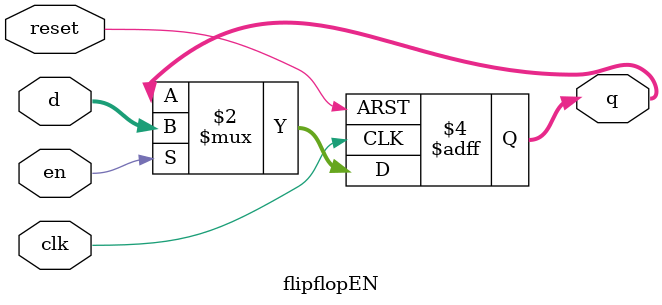
<source format=v>
`timescale 1ns / 1ps
module flipflopEN#(
		parameter WIDTH=8)(
		input clk,reset,en,
		input [WIDTH-1:0] d,
		output reg [WIDTH-1:0] q
    );
	
	always@(posedge clk, posedge reset)
		begin
			if(reset) 
				q<=0;
			else if
				(en)q<=d;
		end
endmodule

</source>
